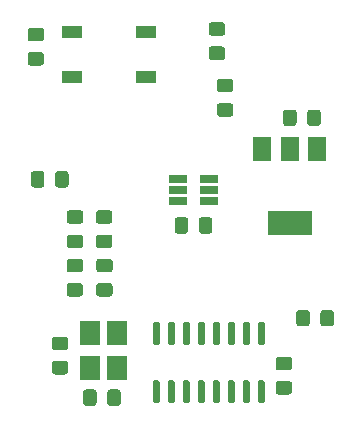
<source format=gbr>
G04 #@! TF.GenerationSoftware,KiCad,Pcbnew,5.1.6*
G04 #@! TF.CreationDate,2020-06-22T00:18:59+03:00*
G04 #@! TF.ProjectId,nanopicore_debug,6e616e6f-7069-4636-9f72-655f64656275,rev?*
G04 #@! TF.SameCoordinates,Original*
G04 #@! TF.FileFunction,Paste,Top*
G04 #@! TF.FilePolarity,Positive*
%FSLAX46Y46*%
G04 Gerber Fmt 4.6, Leading zero omitted, Abs format (unit mm)*
G04 Created by KiCad (PCBNEW 5.1.6) date 2020-06-22 00:18:59*
%MOMM*%
%LPD*%
G01*
G04 APERTURE LIST*
%ADD10R,1.700000X1.000000*%
%ADD11R,1.800000X2.100000*%
%ADD12R,1.560000X0.650000*%
%ADD13R,1.500000X2.000000*%
%ADD14R,3.800000X2.000000*%
G04 APERTURE END LIST*
G36*
G01*
X100388000Y-68510999D02*
X100388000Y-69411001D01*
G75*
G02*
X100138001Y-69661000I-249999J0D01*
G01*
X99487999Y-69661000D01*
G75*
G02*
X99238000Y-69411001I0J249999D01*
G01*
X99238000Y-68510999D01*
G75*
G02*
X99487999Y-68261000I249999J0D01*
G01*
X100138001Y-68261000D01*
G75*
G02*
X100388000Y-68510999I0J-249999D01*
G01*
G37*
G36*
G01*
X102438000Y-68510999D02*
X102438000Y-69411001D01*
G75*
G02*
X102188001Y-69661000I-249999J0D01*
G01*
X101537999Y-69661000D01*
G75*
G02*
X101288000Y-69411001I0J249999D01*
G01*
X101288000Y-68510999D01*
G75*
G02*
X101537999Y-68261000I249999J0D01*
G01*
X102188001Y-68261000D01*
G75*
G02*
X102438000Y-68510999I0J-249999D01*
G01*
G37*
G36*
G01*
X96141400Y-74220200D02*
X96441400Y-74220200D01*
G75*
G02*
X96591400Y-74370200I0J-150000D01*
G01*
X96591400Y-76020200D01*
G75*
G02*
X96441400Y-76170200I-150000J0D01*
G01*
X96141400Y-76170200D01*
G75*
G02*
X95991400Y-76020200I0J150000D01*
G01*
X95991400Y-74370200D01*
G75*
G02*
X96141400Y-74220200I150000J0D01*
G01*
G37*
G36*
G01*
X94871400Y-74220200D02*
X95171400Y-74220200D01*
G75*
G02*
X95321400Y-74370200I0J-150000D01*
G01*
X95321400Y-76020200D01*
G75*
G02*
X95171400Y-76170200I-150000J0D01*
G01*
X94871400Y-76170200D01*
G75*
G02*
X94721400Y-76020200I0J150000D01*
G01*
X94721400Y-74370200D01*
G75*
G02*
X94871400Y-74220200I150000J0D01*
G01*
G37*
G36*
G01*
X93601400Y-74220200D02*
X93901400Y-74220200D01*
G75*
G02*
X94051400Y-74370200I0J-150000D01*
G01*
X94051400Y-76020200D01*
G75*
G02*
X93901400Y-76170200I-150000J0D01*
G01*
X93601400Y-76170200D01*
G75*
G02*
X93451400Y-76020200I0J150000D01*
G01*
X93451400Y-74370200D01*
G75*
G02*
X93601400Y-74220200I150000J0D01*
G01*
G37*
G36*
G01*
X92331400Y-74220200D02*
X92631400Y-74220200D01*
G75*
G02*
X92781400Y-74370200I0J-150000D01*
G01*
X92781400Y-76020200D01*
G75*
G02*
X92631400Y-76170200I-150000J0D01*
G01*
X92331400Y-76170200D01*
G75*
G02*
X92181400Y-76020200I0J150000D01*
G01*
X92181400Y-74370200D01*
G75*
G02*
X92331400Y-74220200I150000J0D01*
G01*
G37*
G36*
G01*
X91061400Y-74220200D02*
X91361400Y-74220200D01*
G75*
G02*
X91511400Y-74370200I0J-150000D01*
G01*
X91511400Y-76020200D01*
G75*
G02*
X91361400Y-76170200I-150000J0D01*
G01*
X91061400Y-76170200D01*
G75*
G02*
X90911400Y-76020200I0J150000D01*
G01*
X90911400Y-74370200D01*
G75*
G02*
X91061400Y-74220200I150000J0D01*
G01*
G37*
G36*
G01*
X89791400Y-74220200D02*
X90091400Y-74220200D01*
G75*
G02*
X90241400Y-74370200I0J-150000D01*
G01*
X90241400Y-76020200D01*
G75*
G02*
X90091400Y-76170200I-150000J0D01*
G01*
X89791400Y-76170200D01*
G75*
G02*
X89641400Y-76020200I0J150000D01*
G01*
X89641400Y-74370200D01*
G75*
G02*
X89791400Y-74220200I150000J0D01*
G01*
G37*
G36*
G01*
X88521400Y-74220200D02*
X88821400Y-74220200D01*
G75*
G02*
X88971400Y-74370200I0J-150000D01*
G01*
X88971400Y-76020200D01*
G75*
G02*
X88821400Y-76170200I-150000J0D01*
G01*
X88521400Y-76170200D01*
G75*
G02*
X88371400Y-76020200I0J150000D01*
G01*
X88371400Y-74370200D01*
G75*
G02*
X88521400Y-74220200I150000J0D01*
G01*
G37*
G36*
G01*
X87251400Y-74220200D02*
X87551400Y-74220200D01*
G75*
G02*
X87701400Y-74370200I0J-150000D01*
G01*
X87701400Y-76020200D01*
G75*
G02*
X87551400Y-76170200I-150000J0D01*
G01*
X87251400Y-76170200D01*
G75*
G02*
X87101400Y-76020200I0J150000D01*
G01*
X87101400Y-74370200D01*
G75*
G02*
X87251400Y-74220200I150000J0D01*
G01*
G37*
G36*
G01*
X87251400Y-69270200D02*
X87551400Y-69270200D01*
G75*
G02*
X87701400Y-69420200I0J-150000D01*
G01*
X87701400Y-71070200D01*
G75*
G02*
X87551400Y-71220200I-150000J0D01*
G01*
X87251400Y-71220200D01*
G75*
G02*
X87101400Y-71070200I0J150000D01*
G01*
X87101400Y-69420200D01*
G75*
G02*
X87251400Y-69270200I150000J0D01*
G01*
G37*
G36*
G01*
X88521400Y-69270200D02*
X88821400Y-69270200D01*
G75*
G02*
X88971400Y-69420200I0J-150000D01*
G01*
X88971400Y-71070200D01*
G75*
G02*
X88821400Y-71220200I-150000J0D01*
G01*
X88521400Y-71220200D01*
G75*
G02*
X88371400Y-71070200I0J150000D01*
G01*
X88371400Y-69420200D01*
G75*
G02*
X88521400Y-69270200I150000J0D01*
G01*
G37*
G36*
G01*
X89791400Y-69270200D02*
X90091400Y-69270200D01*
G75*
G02*
X90241400Y-69420200I0J-150000D01*
G01*
X90241400Y-71070200D01*
G75*
G02*
X90091400Y-71220200I-150000J0D01*
G01*
X89791400Y-71220200D01*
G75*
G02*
X89641400Y-71070200I0J150000D01*
G01*
X89641400Y-69420200D01*
G75*
G02*
X89791400Y-69270200I150000J0D01*
G01*
G37*
G36*
G01*
X91061400Y-69270200D02*
X91361400Y-69270200D01*
G75*
G02*
X91511400Y-69420200I0J-150000D01*
G01*
X91511400Y-71070200D01*
G75*
G02*
X91361400Y-71220200I-150000J0D01*
G01*
X91061400Y-71220200D01*
G75*
G02*
X90911400Y-71070200I0J150000D01*
G01*
X90911400Y-69420200D01*
G75*
G02*
X91061400Y-69270200I150000J0D01*
G01*
G37*
G36*
G01*
X92331400Y-69270200D02*
X92631400Y-69270200D01*
G75*
G02*
X92781400Y-69420200I0J-150000D01*
G01*
X92781400Y-71070200D01*
G75*
G02*
X92631400Y-71220200I-150000J0D01*
G01*
X92331400Y-71220200D01*
G75*
G02*
X92181400Y-71070200I0J150000D01*
G01*
X92181400Y-69420200D01*
G75*
G02*
X92331400Y-69270200I150000J0D01*
G01*
G37*
G36*
G01*
X93601400Y-69270200D02*
X93901400Y-69270200D01*
G75*
G02*
X94051400Y-69420200I0J-150000D01*
G01*
X94051400Y-71070200D01*
G75*
G02*
X93901400Y-71220200I-150000J0D01*
G01*
X93601400Y-71220200D01*
G75*
G02*
X93451400Y-71070200I0J150000D01*
G01*
X93451400Y-69420200D01*
G75*
G02*
X93601400Y-69270200I150000J0D01*
G01*
G37*
G36*
G01*
X94871400Y-69270200D02*
X95171400Y-69270200D01*
G75*
G02*
X95321400Y-69420200I0J-150000D01*
G01*
X95321400Y-71070200D01*
G75*
G02*
X95171400Y-71220200I-150000J0D01*
G01*
X94871400Y-71220200D01*
G75*
G02*
X94721400Y-71070200I0J150000D01*
G01*
X94721400Y-69420200D01*
G75*
G02*
X94871400Y-69270200I150000J0D01*
G01*
G37*
G36*
G01*
X96141400Y-69270200D02*
X96441400Y-69270200D01*
G75*
G02*
X96591400Y-69420200I0J-150000D01*
G01*
X96591400Y-71070200D01*
G75*
G02*
X96441400Y-71220200I-150000J0D01*
G01*
X96141400Y-71220200D01*
G75*
G02*
X95991400Y-71070200I0J150000D01*
G01*
X95991400Y-69420200D01*
G75*
G02*
X96141400Y-69270200I150000J0D01*
G01*
G37*
D10*
X86550000Y-48500000D03*
X80250000Y-48500000D03*
X86550000Y-44700000D03*
X80250000Y-44700000D03*
G36*
G01*
X76749999Y-46425000D02*
X77650001Y-46425000D01*
G75*
G02*
X77900000Y-46674999I0J-249999D01*
G01*
X77900000Y-47325001D01*
G75*
G02*
X77650001Y-47575000I-249999J0D01*
G01*
X76749999Y-47575000D01*
G75*
G02*
X76500000Y-47325001I0J249999D01*
G01*
X76500000Y-46674999D01*
G75*
G02*
X76749999Y-46425000I249999J0D01*
G01*
G37*
G36*
G01*
X76749999Y-44375000D02*
X77650001Y-44375000D01*
G75*
G02*
X77900000Y-44624999I0J-249999D01*
G01*
X77900000Y-45275001D01*
G75*
G02*
X77650001Y-45525000I-249999J0D01*
G01*
X76749999Y-45525000D01*
G75*
G02*
X76500000Y-45275001I0J249999D01*
G01*
X76500000Y-44624999D01*
G75*
G02*
X76749999Y-44375000I249999J0D01*
G01*
G37*
D11*
X84074000Y-73152000D03*
X84074000Y-70252000D03*
X81774000Y-70252000D03*
X81774000Y-73152000D03*
D12*
X91901000Y-58100000D03*
X91901000Y-57150000D03*
X91901000Y-59050000D03*
X89201000Y-59050000D03*
X89201000Y-58100000D03*
X89201000Y-57150000D03*
D13*
X100979000Y-54635000D03*
X96379000Y-54635000D03*
X98679000Y-54635000D03*
D14*
X98679000Y-60935000D03*
G36*
G01*
X88950000Y-61550001D02*
X88950000Y-60649999D01*
G75*
G02*
X89199999Y-60400000I249999J0D01*
G01*
X89850001Y-60400000D01*
G75*
G02*
X90100000Y-60649999I0J-249999D01*
G01*
X90100000Y-61550001D01*
G75*
G02*
X89850001Y-61800000I-249999J0D01*
G01*
X89199999Y-61800000D01*
G75*
G02*
X88950000Y-61550001I0J249999D01*
G01*
G37*
G36*
G01*
X91000000Y-61550001D02*
X91000000Y-60649999D01*
G75*
G02*
X91249999Y-60400000I249999J0D01*
G01*
X91900001Y-60400000D01*
G75*
G02*
X92150000Y-60649999I0J-249999D01*
G01*
X92150000Y-61550001D01*
G75*
G02*
X91900001Y-61800000I-249999J0D01*
G01*
X91249999Y-61800000D01*
G75*
G02*
X91000000Y-61550001I0J249999D01*
G01*
G37*
G36*
G01*
X92082199Y-45950400D02*
X92982201Y-45950400D01*
G75*
G02*
X93232200Y-46200399I0J-249999D01*
G01*
X93232200Y-46850401D01*
G75*
G02*
X92982201Y-47100400I-249999J0D01*
G01*
X92082199Y-47100400D01*
G75*
G02*
X91832200Y-46850401I0J249999D01*
G01*
X91832200Y-46200399D01*
G75*
G02*
X92082199Y-45950400I249999J0D01*
G01*
G37*
G36*
G01*
X92082199Y-43900400D02*
X92982201Y-43900400D01*
G75*
G02*
X93232200Y-44150399I0J-249999D01*
G01*
X93232200Y-44800401D01*
G75*
G02*
X92982201Y-45050400I-249999J0D01*
G01*
X92082199Y-45050400D01*
G75*
G02*
X91832200Y-44800401I0J249999D01*
G01*
X91832200Y-44150399D01*
G75*
G02*
X92082199Y-43900400I249999J0D01*
G01*
G37*
G36*
G01*
X83450001Y-65075000D02*
X82549999Y-65075000D01*
G75*
G02*
X82300000Y-64825001I0J249999D01*
G01*
X82300000Y-64174999D01*
G75*
G02*
X82549999Y-63925000I249999J0D01*
G01*
X83450001Y-63925000D01*
G75*
G02*
X83700000Y-64174999I0J-249999D01*
G01*
X83700000Y-64825001D01*
G75*
G02*
X83450001Y-65075000I-249999J0D01*
G01*
G37*
G36*
G01*
X83450001Y-67125000D02*
X82549999Y-67125000D01*
G75*
G02*
X82300000Y-66875001I0J249999D01*
G01*
X82300000Y-66224999D01*
G75*
G02*
X82549999Y-65975000I249999J0D01*
G01*
X83450001Y-65975000D01*
G75*
G02*
X83700000Y-66224999I0J-249999D01*
G01*
X83700000Y-66875001D01*
G75*
G02*
X83450001Y-67125000I-249999J0D01*
G01*
G37*
G36*
G01*
X80950001Y-65075000D02*
X80049999Y-65075000D01*
G75*
G02*
X79800000Y-64825001I0J249999D01*
G01*
X79800000Y-64174999D01*
G75*
G02*
X80049999Y-63925000I249999J0D01*
G01*
X80950001Y-63925000D01*
G75*
G02*
X81200000Y-64174999I0J-249999D01*
G01*
X81200000Y-64825001D01*
G75*
G02*
X80950001Y-65075000I-249999J0D01*
G01*
G37*
G36*
G01*
X80950001Y-67125000D02*
X80049999Y-67125000D01*
G75*
G02*
X79800000Y-66875001I0J249999D01*
G01*
X79800000Y-66224999D01*
G75*
G02*
X80049999Y-65975000I249999J0D01*
G01*
X80950001Y-65975000D01*
G75*
G02*
X81200000Y-66224999I0J-249999D01*
G01*
X81200000Y-66875001D01*
G75*
G02*
X80950001Y-67125000I-249999J0D01*
G01*
G37*
G36*
G01*
X92767999Y-50742000D02*
X93668001Y-50742000D01*
G75*
G02*
X93918000Y-50991999I0J-249999D01*
G01*
X93918000Y-51642001D01*
G75*
G02*
X93668001Y-51892000I-249999J0D01*
G01*
X92767999Y-51892000D01*
G75*
G02*
X92518000Y-51642001I0J249999D01*
G01*
X92518000Y-50991999D01*
G75*
G02*
X92767999Y-50742000I249999J0D01*
G01*
G37*
G36*
G01*
X92767999Y-48692000D02*
X93668001Y-48692000D01*
G75*
G02*
X93918000Y-48941999I0J-249999D01*
G01*
X93918000Y-49592001D01*
G75*
G02*
X93668001Y-49842000I-249999J0D01*
G01*
X92767999Y-49842000D01*
G75*
G02*
X92518000Y-49592001I0J249999D01*
G01*
X92518000Y-48941999D01*
G75*
G02*
X92767999Y-48692000I249999J0D01*
G01*
G37*
G36*
G01*
X83431801Y-60975000D02*
X82531799Y-60975000D01*
G75*
G02*
X82281800Y-60725001I0J249999D01*
G01*
X82281800Y-60074999D01*
G75*
G02*
X82531799Y-59825000I249999J0D01*
G01*
X83431801Y-59825000D01*
G75*
G02*
X83681800Y-60074999I0J-249999D01*
G01*
X83681800Y-60725001D01*
G75*
G02*
X83431801Y-60975000I-249999J0D01*
G01*
G37*
G36*
G01*
X83431801Y-63025000D02*
X82531799Y-63025000D01*
G75*
G02*
X82281800Y-62775001I0J249999D01*
G01*
X82281800Y-62124999D01*
G75*
G02*
X82531799Y-61875000I249999J0D01*
G01*
X83431801Y-61875000D01*
G75*
G02*
X83681800Y-62124999I0J-249999D01*
G01*
X83681800Y-62775001D01*
G75*
G02*
X83431801Y-63025000I-249999J0D01*
G01*
G37*
G36*
G01*
X80968001Y-60975000D02*
X80067999Y-60975000D01*
G75*
G02*
X79818000Y-60725001I0J249999D01*
G01*
X79818000Y-60074999D01*
G75*
G02*
X80067999Y-59825000I249999J0D01*
G01*
X80968001Y-59825000D01*
G75*
G02*
X81218000Y-60074999I0J-249999D01*
G01*
X81218000Y-60725001D01*
G75*
G02*
X80968001Y-60975000I-249999J0D01*
G01*
G37*
G36*
G01*
X80968001Y-63025000D02*
X80067999Y-63025000D01*
G75*
G02*
X79818000Y-62775001I0J249999D01*
G01*
X79818000Y-62124999D01*
G75*
G02*
X80067999Y-61875000I249999J0D01*
G01*
X80968001Y-61875000D01*
G75*
G02*
X81218000Y-62124999I0J-249999D01*
G01*
X81218000Y-62775001D01*
G75*
G02*
X80968001Y-63025000I-249999J0D01*
G01*
G37*
G36*
G01*
X78797999Y-70527000D02*
X79698001Y-70527000D01*
G75*
G02*
X79948000Y-70776999I0J-249999D01*
G01*
X79948000Y-71427001D01*
G75*
G02*
X79698001Y-71677000I-249999J0D01*
G01*
X78797999Y-71677000D01*
G75*
G02*
X78548000Y-71427001I0J249999D01*
G01*
X78548000Y-70776999D01*
G75*
G02*
X78797999Y-70527000I249999J0D01*
G01*
G37*
G36*
G01*
X78797999Y-72577000D02*
X79698001Y-72577000D01*
G75*
G02*
X79948000Y-72826999I0J-249999D01*
G01*
X79948000Y-73477001D01*
G75*
G02*
X79698001Y-73727000I-249999J0D01*
G01*
X78797999Y-73727000D01*
G75*
G02*
X78548000Y-73477001I0J249999D01*
G01*
X78548000Y-72826999D01*
G75*
G02*
X78797999Y-72577000I249999J0D01*
G01*
G37*
G36*
G01*
X84395000Y-75241999D02*
X84395000Y-76142001D01*
G75*
G02*
X84145001Y-76392000I-249999J0D01*
G01*
X83494999Y-76392000D01*
G75*
G02*
X83245000Y-76142001I0J249999D01*
G01*
X83245000Y-75241999D01*
G75*
G02*
X83494999Y-74992000I249999J0D01*
G01*
X84145001Y-74992000D01*
G75*
G02*
X84395000Y-75241999I0J-249999D01*
G01*
G37*
G36*
G01*
X82345000Y-75241999D02*
X82345000Y-76142001D01*
G75*
G02*
X82095001Y-76392000I-249999J0D01*
G01*
X81444999Y-76392000D01*
G75*
G02*
X81195000Y-76142001I0J249999D01*
G01*
X81195000Y-75241999D01*
G75*
G02*
X81444999Y-74992000I249999J0D01*
G01*
X82095001Y-74992000D01*
G75*
G02*
X82345000Y-75241999I0J-249999D01*
G01*
G37*
G36*
G01*
X77925000Y-56749999D02*
X77925000Y-57650001D01*
G75*
G02*
X77675001Y-57900000I-249999J0D01*
G01*
X77024999Y-57900000D01*
G75*
G02*
X76775000Y-57650001I0J249999D01*
G01*
X76775000Y-56749999D01*
G75*
G02*
X77024999Y-56500000I249999J0D01*
G01*
X77675001Y-56500000D01*
G75*
G02*
X77925000Y-56749999I0J-249999D01*
G01*
G37*
G36*
G01*
X79975000Y-56749999D02*
X79975000Y-57650001D01*
G75*
G02*
X79725001Y-57900000I-249999J0D01*
G01*
X79074999Y-57900000D01*
G75*
G02*
X78825000Y-57650001I0J249999D01*
G01*
X78825000Y-56749999D01*
G75*
G02*
X79074999Y-56500000I249999J0D01*
G01*
X79725001Y-56500000D01*
G75*
G02*
X79975000Y-56749999I0J-249999D01*
G01*
G37*
G36*
G01*
X97749999Y-74275000D02*
X98650001Y-74275000D01*
G75*
G02*
X98900000Y-74524999I0J-249999D01*
G01*
X98900000Y-75175001D01*
G75*
G02*
X98650001Y-75425000I-249999J0D01*
G01*
X97749999Y-75425000D01*
G75*
G02*
X97500000Y-75175001I0J249999D01*
G01*
X97500000Y-74524999D01*
G75*
G02*
X97749999Y-74275000I249999J0D01*
G01*
G37*
G36*
G01*
X97749999Y-72225000D02*
X98650001Y-72225000D01*
G75*
G02*
X98900000Y-72474999I0J-249999D01*
G01*
X98900000Y-73125001D01*
G75*
G02*
X98650001Y-73375000I-249999J0D01*
G01*
X97749999Y-73375000D01*
G75*
G02*
X97500000Y-73125001I0J249999D01*
G01*
X97500000Y-72474999D01*
G75*
G02*
X97749999Y-72225000I249999J0D01*
G01*
G37*
G36*
G01*
X100175000Y-52450001D02*
X100175000Y-51549999D01*
G75*
G02*
X100424999Y-51300000I249999J0D01*
G01*
X101075001Y-51300000D01*
G75*
G02*
X101325000Y-51549999I0J-249999D01*
G01*
X101325000Y-52450001D01*
G75*
G02*
X101075001Y-52700000I-249999J0D01*
G01*
X100424999Y-52700000D01*
G75*
G02*
X100175000Y-52450001I0J249999D01*
G01*
G37*
G36*
G01*
X98125000Y-52450001D02*
X98125000Y-51549999D01*
G75*
G02*
X98374999Y-51300000I249999J0D01*
G01*
X99025001Y-51300000D01*
G75*
G02*
X99275000Y-51549999I0J-249999D01*
G01*
X99275000Y-52450001D01*
G75*
G02*
X99025001Y-52700000I-249999J0D01*
G01*
X98374999Y-52700000D01*
G75*
G02*
X98125000Y-52450001I0J249999D01*
G01*
G37*
M02*

</source>
